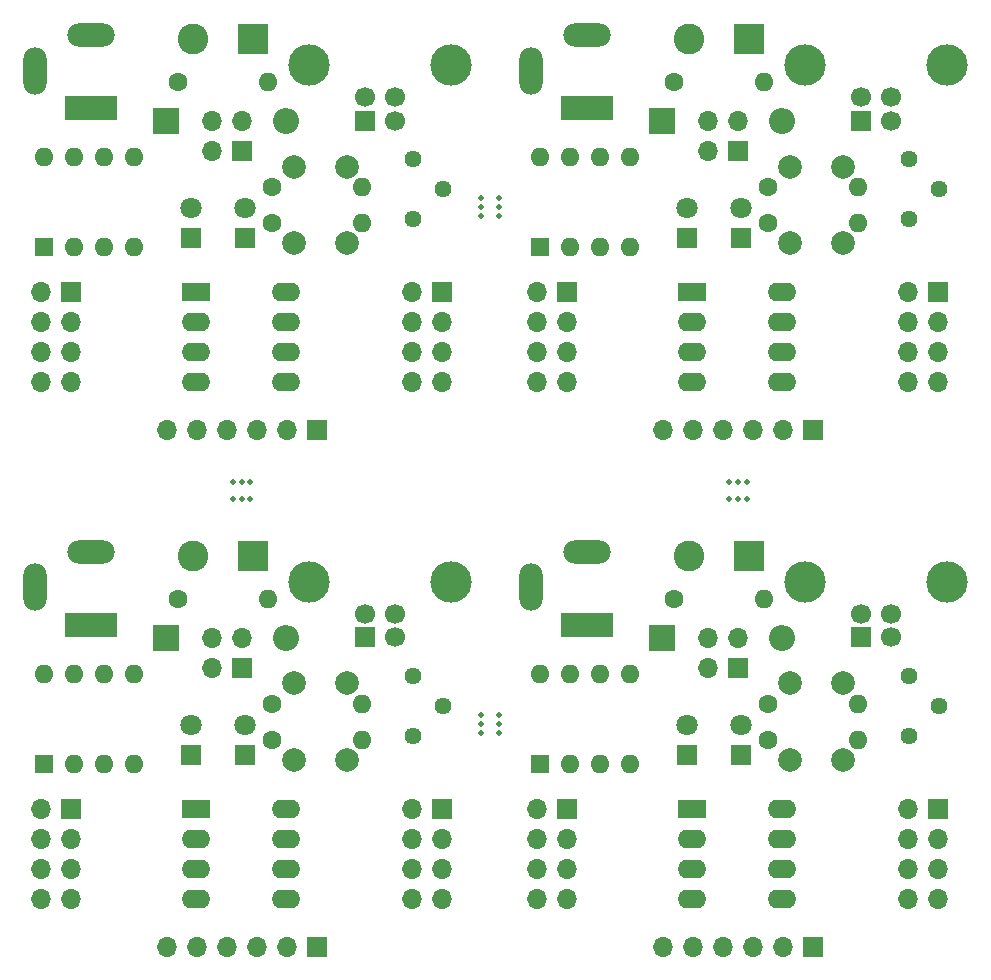
<source format=gbr>
%TF.GenerationSoftware,KiCad,Pcbnew,(7.0.0)*%
%TF.CreationDate,2024-02-06T19:59:14-06:00*%
%TF.ProjectId,Panel,50616e65-6c2e-46b6-9963-61645f706362,rev?*%
%TF.SameCoordinates,Original*%
%TF.FileFunction,Soldermask,Bot*%
%TF.FilePolarity,Negative*%
%FSLAX46Y46*%
G04 Gerber Fmt 4.6, Leading zero omitted, Abs format (unit mm)*
G04 Created by KiCad (PCBNEW (7.0.0)) date 2024-02-06 19:59:14*
%MOMM*%
%LPD*%
G01*
G04 APERTURE LIST*
%ADD10C,0.500000*%
%ADD11R,1.600000X1.600000*%
%ADD12O,1.600000X1.600000*%
%ADD13C,1.600000*%
%ADD14C,1.440000*%
%ADD15R,2.600000X2.600000*%
%ADD16C,2.600000*%
%ADD17R,4.500000X2.000000*%
%ADD18O,4.000000X2.000000*%
%ADD19O,2.000000X4.000000*%
%ADD20R,1.700000X1.700000*%
%ADD21O,1.700000X1.700000*%
%ADD22R,1.800000X1.800000*%
%ADD23C,1.800000*%
%ADD24C,1.700000*%
%ADD25C,3.500000*%
%ADD26C,2.000000*%
%ADD27R,2.200000X2.200000*%
%ADD28O,2.200000X2.200000*%
%ADD29R,2.400000X1.600000*%
%ADD30O,2.400000X1.600000*%
G04 APERTURE END LIST*
D10*
%TO.C,mouse-bite-2mm-slot*%
X178750000Y-102000000D03*
X178750000Y-103500000D03*
X179500000Y-102000000D03*
X179500000Y-103500000D03*
X180250000Y-102000000D03*
X180250000Y-103500000D03*
%TD*%
%TO.C,mouse-bite-2mm-slot*%
X136750000Y-102000000D03*
X136750000Y-103500000D03*
X137500000Y-102000000D03*
X137500000Y-103500000D03*
X138250000Y-102000000D03*
X138250000Y-103500000D03*
%TD*%
D11*
%TO.C,SW8*%
X162803999Y-125869999D03*
D12*
X165343999Y-125869999D03*
X167883999Y-125869999D03*
X170423999Y-125869999D03*
X170423999Y-118249999D03*
X167883999Y-118249999D03*
X165343999Y-118249999D03*
X162803999Y-118249999D03*
%TD*%
D13*
%TO.C,R11*%
X174130000Y-111900000D03*
D12*
X181749999Y-111899999D03*
%TD*%
D13*
%TO.C,R12*%
X182108000Y-123838000D03*
D12*
X189727999Y-123837999D03*
%TD*%
D14*
%TO.C,RV4*%
X194010000Y-123532000D03*
X196550000Y-120992000D03*
X194010000Y-118452000D03*
%TD*%
D15*
%TO.C,J24*%
X180499999Y-108249999D03*
D16*
X175420000Y-108250000D03*
%TD*%
D17*
%TO.C,J22*%
X166741999Y-114137999D03*
D18*
X166741999Y-107937999D03*
D19*
X162041999Y-110937999D03*
%TD*%
D20*
%TO.C,J25*%
X179499999Y-117789999D03*
D21*
X179499999Y-115249999D03*
X176959999Y-117789999D03*
X176959999Y-115249999D03*
%TD*%
D22*
%TO.C,D11*%
X175249999Y-125107999D03*
D23*
X175250000Y-122568000D03*
%TD*%
D20*
%TO.C,J28*%
X185849999Y-141363999D03*
D21*
X183309999Y-141363999D03*
X180769999Y-141363999D03*
X178229999Y-141363999D03*
X175689999Y-141363999D03*
X173149999Y-141363999D03*
%TD*%
D20*
%TO.C,J23*%
X189979999Y-115175499D03*
D24*
X192480000Y-115175500D03*
X192480000Y-113175500D03*
X189980000Y-113175500D03*
D25*
X185210000Y-110465500D03*
X197250000Y-110465500D03*
%TD*%
D26*
%TO.C,SW7*%
X183922000Y-125564000D03*
X183922000Y-119064000D03*
X188422000Y-125564000D03*
X188422000Y-119064000D03*
%TD*%
D21*
%TO.C,J26*%
X162549999Y-137299999D03*
X165089999Y-137299999D03*
X162549999Y-134759999D03*
X165089999Y-134759999D03*
X162549999Y-132219999D03*
X165089999Y-132219999D03*
X162549999Y-129679999D03*
D20*
X165089999Y-129679999D03*
%TD*%
%TO.C,J27*%
X196499999Y-129679999D03*
D21*
X193959999Y-129679999D03*
X196499999Y-132219999D03*
X193959999Y-132219999D03*
X196499999Y-134759999D03*
X193959999Y-134759999D03*
X196499999Y-137299999D03*
X193959999Y-137299999D03*
%TD*%
D13*
%TO.C,R10*%
X182108000Y-120790000D03*
D12*
X189727999Y-120789999D03*
%TD*%
D27*
%TO.C,D10*%
X173089999Y-115249999D03*
D28*
X183249999Y-115249999D03*
%TD*%
D22*
%TO.C,D12*%
X179821999Y-125107999D03*
D23*
X179822000Y-122568000D03*
%TD*%
D29*
%TO.C,U4*%
X175629999Y-129679999D03*
D30*
X175629999Y-132219999D03*
X175629999Y-134759999D03*
X175629999Y-137299999D03*
X183249999Y-137299999D03*
X183249999Y-134759999D03*
X183249999Y-132219999D03*
X183249999Y-129679999D03*
%TD*%
D10*
%TO.C,mouse-bite-2mm-slot4*%
X157750000Y-123250000D03*
X159250000Y-123250000D03*
X157750000Y-122500000D03*
X159250000Y-122500000D03*
X157750000Y-121750000D03*
X159250000Y-121750000D03*
%TD*%
D11*
%TO.C,SW6*%
X120803999Y-125869999D03*
D12*
X123343999Y-125869999D03*
X125883999Y-125869999D03*
X128423999Y-125869999D03*
X128423999Y-118249999D03*
X125883999Y-118249999D03*
X123343999Y-118249999D03*
X120803999Y-118249999D03*
%TD*%
D13*
%TO.C,R8*%
X132130000Y-111900000D03*
D12*
X139749999Y-111899999D03*
%TD*%
D13*
%TO.C,R9*%
X140108000Y-123838000D03*
D12*
X147727999Y-123837999D03*
%TD*%
D14*
%TO.C,RV3*%
X152010000Y-123532000D03*
X154550000Y-120992000D03*
X152010000Y-118452000D03*
%TD*%
D15*
%TO.C,J17*%
X138499999Y-108249999D03*
D16*
X133420000Y-108250000D03*
%TD*%
D17*
%TO.C,J15*%
X124741999Y-114137999D03*
D18*
X124741999Y-107937999D03*
D19*
X120041999Y-110937999D03*
%TD*%
D20*
%TO.C,J18*%
X137499999Y-117789999D03*
D21*
X137499999Y-115249999D03*
X134959999Y-117789999D03*
X134959999Y-115249999D03*
%TD*%
D22*
%TO.C,D8*%
X133249999Y-125107999D03*
D23*
X133250000Y-122568000D03*
%TD*%
D20*
%TO.C,J21*%
X143849999Y-141363999D03*
D21*
X141309999Y-141363999D03*
X138769999Y-141363999D03*
X136229999Y-141363999D03*
X133689999Y-141363999D03*
X131149999Y-141363999D03*
%TD*%
D20*
%TO.C,J16*%
X147979999Y-115175499D03*
D24*
X150480000Y-115175500D03*
X150480000Y-113175500D03*
X147980000Y-113175500D03*
D25*
X143210000Y-110465500D03*
X155250000Y-110465500D03*
%TD*%
D26*
%TO.C,SW5*%
X141922000Y-125564000D03*
X141922000Y-119064000D03*
X146422000Y-125564000D03*
X146422000Y-119064000D03*
%TD*%
D21*
%TO.C,J19*%
X120549999Y-137299999D03*
X123089999Y-137299999D03*
X120549999Y-134759999D03*
X123089999Y-134759999D03*
X120549999Y-132219999D03*
X123089999Y-132219999D03*
X120549999Y-129679999D03*
D20*
X123089999Y-129679999D03*
%TD*%
%TO.C,J20*%
X154499999Y-129679999D03*
D21*
X151959999Y-129679999D03*
X154499999Y-132219999D03*
X151959999Y-132219999D03*
X154499999Y-134759999D03*
X151959999Y-134759999D03*
X154499999Y-137299999D03*
X151959999Y-137299999D03*
%TD*%
D13*
%TO.C,R7*%
X140108000Y-120790000D03*
D12*
X147727999Y-120789999D03*
%TD*%
D27*
%TO.C,D7*%
X131089999Y-115249999D03*
D28*
X141249999Y-115249999D03*
%TD*%
D22*
%TO.C,D9*%
X137821999Y-125107999D03*
D23*
X137822000Y-122568000D03*
%TD*%
D29*
%TO.C,U3*%
X133629999Y-129679999D03*
D30*
X133629999Y-132219999D03*
X133629999Y-134759999D03*
X133629999Y-137299999D03*
X141249999Y-137299999D03*
X141249999Y-134759999D03*
X141249999Y-132219999D03*
X141249999Y-129679999D03*
%TD*%
D11*
%TO.C,SW4*%
X162803999Y-82119999D03*
D12*
X165343999Y-82119999D03*
X167883999Y-82119999D03*
X170423999Y-82119999D03*
X170423999Y-74499999D03*
X167883999Y-74499999D03*
X165343999Y-74499999D03*
X162803999Y-74499999D03*
%TD*%
D13*
%TO.C,R5*%
X174130000Y-68150000D03*
D12*
X181749999Y-68149999D03*
%TD*%
D13*
%TO.C,R6*%
X182108000Y-80088000D03*
D12*
X189727999Y-80087999D03*
%TD*%
D14*
%TO.C,RV2*%
X194010000Y-79782000D03*
X196550000Y-77242000D03*
X194010000Y-74702000D03*
%TD*%
D15*
%TO.C,J10*%
X180499999Y-64499999D03*
D16*
X175420000Y-64500000D03*
%TD*%
D17*
%TO.C,J8*%
X166741999Y-70387999D03*
D18*
X166741999Y-64187999D03*
D19*
X162041999Y-67187999D03*
%TD*%
D20*
%TO.C,J11*%
X179499999Y-74039999D03*
D21*
X179499999Y-71499999D03*
X176959999Y-74039999D03*
X176959999Y-71499999D03*
%TD*%
D22*
%TO.C,D5*%
X175249999Y-81357999D03*
D23*
X175250000Y-78818000D03*
%TD*%
D20*
%TO.C,J14*%
X185849999Y-97613999D03*
D21*
X183309999Y-97613999D03*
X180769999Y-97613999D03*
X178229999Y-97613999D03*
X175689999Y-97613999D03*
X173149999Y-97613999D03*
%TD*%
D20*
%TO.C,J9*%
X189979999Y-71425499D03*
D24*
X192480000Y-71425500D03*
X192480000Y-69425500D03*
X189980000Y-69425500D03*
D25*
X185210000Y-66715500D03*
X197250000Y-66715500D03*
%TD*%
D26*
%TO.C,SW3*%
X183922000Y-81814000D03*
X183922000Y-75314000D03*
X188422000Y-81814000D03*
X188422000Y-75314000D03*
%TD*%
D21*
%TO.C,J12*%
X162549999Y-93549999D03*
X165089999Y-93549999D03*
X162549999Y-91009999D03*
X165089999Y-91009999D03*
X162549999Y-88469999D03*
X165089999Y-88469999D03*
X162549999Y-85929999D03*
D20*
X165089999Y-85929999D03*
%TD*%
%TO.C,J13*%
X196499999Y-85929999D03*
D21*
X193959999Y-85929999D03*
X196499999Y-88469999D03*
X193959999Y-88469999D03*
X196499999Y-91009999D03*
X193959999Y-91009999D03*
X196499999Y-93549999D03*
X193959999Y-93549999D03*
%TD*%
D13*
%TO.C,R4*%
X182108000Y-77040000D03*
D12*
X189727999Y-77039999D03*
%TD*%
D27*
%TO.C,D4*%
X173089999Y-71499999D03*
D28*
X183249999Y-71499999D03*
%TD*%
D22*
%TO.C,D6*%
X179821999Y-81357999D03*
D23*
X179822000Y-78818000D03*
%TD*%
D29*
%TO.C,U2*%
X175629999Y-85929999D03*
D30*
X175629999Y-88469999D03*
X175629999Y-91009999D03*
X175629999Y-93549999D03*
X183249999Y-93549999D03*
X183249999Y-91009999D03*
X183249999Y-88469999D03*
X183249999Y-85929999D03*
%TD*%
D10*
%TO.C,mouse-bite-2mm-slot*%
X157750000Y-79500000D03*
X159250000Y-79500000D03*
X157750000Y-78750000D03*
X159250000Y-78750000D03*
X157750000Y-78000000D03*
X159250000Y-78000000D03*
%TD*%
D21*
%TO.C,J5*%
X120549999Y-93549999D03*
X123089999Y-93549999D03*
X120549999Y-91009999D03*
X123089999Y-91009999D03*
X120549999Y-88469999D03*
X123089999Y-88469999D03*
X120549999Y-85929999D03*
D20*
X123089999Y-85929999D03*
%TD*%
%TO.C,J6*%
X154499999Y-85929999D03*
D21*
X151959999Y-85929999D03*
X154499999Y-88469999D03*
X151959999Y-88469999D03*
X154499999Y-91009999D03*
X151959999Y-91009999D03*
X154499999Y-93549999D03*
X151959999Y-93549999D03*
%TD*%
D29*
%TO.C,U1*%
X133629999Y-85929999D03*
D30*
X133629999Y-88469999D03*
X133629999Y-91009999D03*
X133629999Y-93549999D03*
X141249999Y-93549999D03*
X141249999Y-91009999D03*
X141249999Y-88469999D03*
X141249999Y-85929999D03*
%TD*%
D20*
%TO.C,J4*%
X137499999Y-74039999D03*
D21*
X137499999Y-71499999D03*
X134959999Y-74039999D03*
X134959999Y-71499999D03*
%TD*%
D26*
%TO.C,SW1*%
X141922000Y-81814000D03*
X141922000Y-75314000D03*
X146422000Y-81814000D03*
X146422000Y-75314000D03*
%TD*%
D15*
%TO.C,J3*%
X138499999Y-64499999D03*
D16*
X133420000Y-64500000D03*
%TD*%
D22*
%TO.C,D3*%
X137821999Y-81357999D03*
D23*
X137822000Y-78818000D03*
%TD*%
D11*
%TO.C,SW2*%
X120803999Y-82119999D03*
D12*
X123343999Y-82119999D03*
X125883999Y-82119999D03*
X128423999Y-82119999D03*
X128423999Y-74499999D03*
X125883999Y-74499999D03*
X123343999Y-74499999D03*
X120803999Y-74499999D03*
%TD*%
D20*
%TO.C,J7*%
X143849999Y-97613999D03*
D21*
X141309999Y-97613999D03*
X138769999Y-97613999D03*
X136229999Y-97613999D03*
X133689999Y-97613999D03*
X131149999Y-97613999D03*
%TD*%
D17*
%TO.C,J1*%
X124741999Y-70387999D03*
D18*
X124741999Y-64187999D03*
D19*
X120041999Y-67187999D03*
%TD*%
D20*
%TO.C,J2*%
X147979999Y-71425499D03*
D24*
X150480000Y-71425500D03*
X150480000Y-69425500D03*
X147980000Y-69425500D03*
D25*
X143210000Y-66715500D03*
X155250000Y-66715500D03*
%TD*%
D22*
%TO.C,D2*%
X133249999Y-81357999D03*
D23*
X133250000Y-78818000D03*
%TD*%
D14*
%TO.C,RV1*%
X152010000Y-79782000D03*
X154550000Y-77242000D03*
X152010000Y-74702000D03*
%TD*%
D13*
%TO.C,R2*%
X132130000Y-68150000D03*
D12*
X139749999Y-68149999D03*
%TD*%
D13*
%TO.C,R3*%
X140108000Y-80088000D03*
D12*
X147727999Y-80087999D03*
%TD*%
D13*
%TO.C,R1*%
X140108000Y-77040000D03*
D12*
X147727999Y-77039999D03*
%TD*%
D27*
%TO.C,D1*%
X131089999Y-71499999D03*
D28*
X141249999Y-71499999D03*
%TD*%
M02*

</source>
